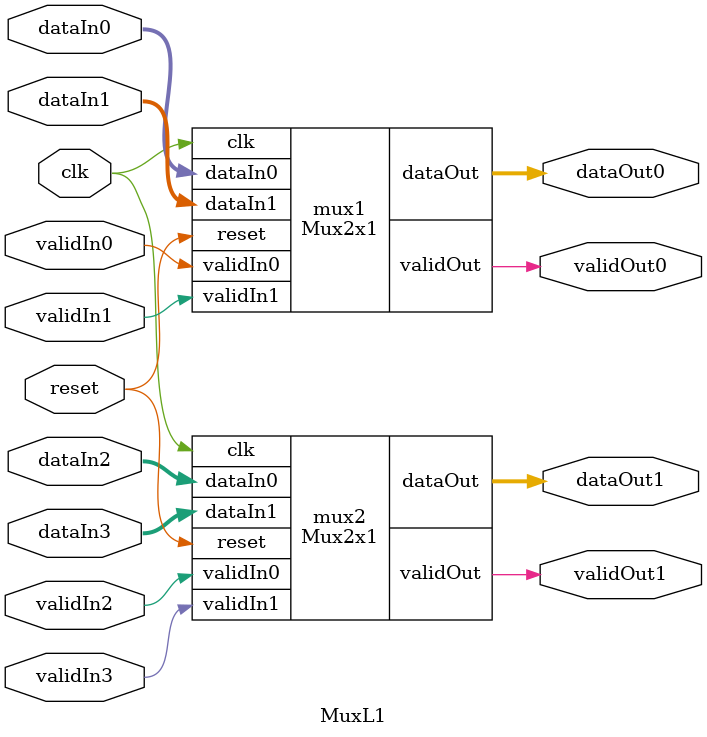
<source format=v>
/* Generated by Yosys 0.9 (git sha1 1979e0b) */

(* src = "Mux2x1.v:1" *)
module Mux2x1(dataOut, validOut, dataIn0, dataIn1, validIn0, validIn1, clk, reset);
  (* src = "Mux2x1.v:39" *)
  wire [7:0] _000_;
  (* src = "Mux2x1.v:15" *)
  wire _001_;
  (* src = "Mux2x1.v:39" *)
  wire _002_;
  wire _003_;
  wire _004_;
  wire _005_;
  wire _006_;
  wire _007_;
  wire _008_;
  wire _009_;
  wire _010_;
  wire _011_;
  wire _012_;
  wire _013_;
  wire _014_;
  wire _015_;
  wire _016_;
  wire _017_;
  wire _018_;
  wire _019_;
  wire _020_;
  wire _021_;
  wire _022_;
  wire _023_;
  wire _024_;
  wire _025_;
  wire _026_;
  wire _027_;
  wire _028_;
  wire _029_;
  wire _030_;
  wire _031_;
  wire _032_;
  wire _033_;
  wire _034_;
  wire _035_;
  wire _036_;
  wire _037_;
  wire _038_;
  wire _039_;
  wire _040_;
  wire _041_;
  wire _042_;
  wire _043_;
  wire _044_;
  wire _045_;
  wire _046_;
  wire _047_;
  wire _048_;
  wire _049_;
  wire _050_;
  wire _051_;
  wire _052_;
  wire _053_;
  wire _054_;
  wire _055_;
  wire _056_;
  wire _057_;
  wire _058_;
  wire _059_;
  wire _060_;
  wire _061_;
  wire _062_;
  wire _063_;
  wire _064_;
  wire _065_;
  (* src = "Mux2x1.v:8" *)
  input clk;
  (* src = "Mux2x1.v:4" *)
  input [7:0] dataIn0;
  (* src = "Mux2x1.v:5" *)
  input [7:0] dataIn1;
  (* src = "Mux2x1.v:2" *)
  output [7:0] dataOut;
  (* src = "Mux2x1.v:9" *)
  input reset;
  (* src = "Mux2x1.v:13" *)
  wire selector;
  (* src = "Mux2x1.v:6" *)
  input validIn0;
  (* src = "Mux2x1.v:7" *)
  input validIn1;
  (* src = "Mux2x1.v:3" *)
  output validOut;
  NOT _066_ (
    .A(reset),
    .Y(_011_)
  );
  NOT _067_ (
    .A(validIn1),
    .Y(_012_)
  );
  NOT _068_ (
    .A(selector),
    .Y(_013_)
  );
  NOT _069_ (
    .A(dataOut[0]),
    .Y(_014_)
  );
  NOT _070_ (
    .A(dataOut[1]),
    .Y(_015_)
  );
  NOT _071_ (
    .A(dataOut[2]),
    .Y(_016_)
  );
  NOT _072_ (
    .A(dataOut[3]),
    .Y(_017_)
  );
  NOT _073_ (
    .A(dataOut[4]),
    .Y(_018_)
  );
  NOT _074_ (
    .A(dataOut[5]),
    .Y(_019_)
  );
  NOT _075_ (
    .A(dataOut[6]),
    .Y(_020_)
  );
  NOT _076_ (
    .A(dataOut[7]),
    .Y(_021_)
  );
  NAND _077_ (
    .A(validIn0),
    .B(selector),
    .Y(_022_)
  );
  NOT _078_ (
    .A(_022_),
    .Y(_023_)
  );
  NOR _079_ (
    .A(_012_),
    .B(selector),
    .Y(_024_)
  );
  NOR _080_ (
    .A(_023_),
    .B(_024_),
    .Y(_025_)
  );
  NAND _081_ (
    .A(selector),
    .B(dataIn0[0]),
    .Y(_026_)
  );
  NAND _082_ (
    .A(_013_),
    .B(dataIn1[0]),
    .Y(_027_)
  );
  NAND _083_ (
    .A(_026_),
    .B(_027_),
    .Y(_028_)
  );
  NOR _084_ (
    .A(_025_),
    .B(_028_),
    .Y(_029_)
  );
  NAND _085_ (
    .A(_014_),
    .B(_025_),
    .Y(_030_)
  );
  NAND _086_ (
    .A(reset),
    .B(_030_),
    .Y(_031_)
  );
  NOR _087_ (
    .A(_029_),
    .B(_031_),
    .Y(_000_[0])
  );
  NAND _088_ (
    .A(selector),
    .B(dataIn0[1]),
    .Y(_032_)
  );
  NAND _089_ (
    .A(_013_),
    .B(dataIn1[1]),
    .Y(_033_)
  );
  NAND _090_ (
    .A(_032_),
    .B(_033_),
    .Y(_034_)
  );
  NOR _091_ (
    .A(_025_),
    .B(_034_),
    .Y(_035_)
  );
  NAND _092_ (
    .A(_015_),
    .B(_025_),
    .Y(_036_)
  );
  NAND _093_ (
    .A(reset),
    .B(_036_),
    .Y(_037_)
  );
  NOR _094_ (
    .A(_035_),
    .B(_037_),
    .Y(_000_[1])
  );
  NAND _095_ (
    .A(selector),
    .B(dataIn0[2]),
    .Y(_038_)
  );
  NAND _096_ (
    .A(_013_),
    .B(dataIn1[2]),
    .Y(_039_)
  );
  NAND _097_ (
    .A(_038_),
    .B(_039_),
    .Y(_040_)
  );
  NOR _098_ (
    .A(_025_),
    .B(_040_),
    .Y(_041_)
  );
  NAND _099_ (
    .A(_016_),
    .B(_025_),
    .Y(_042_)
  );
  NAND _100_ (
    .A(reset),
    .B(_042_),
    .Y(_043_)
  );
  NOR _101_ (
    .A(_041_),
    .B(_043_),
    .Y(_000_[2])
  );
  NAND _102_ (
    .A(selector),
    .B(dataIn0[3]),
    .Y(_044_)
  );
  NAND _103_ (
    .A(_013_),
    .B(dataIn1[3]),
    .Y(_045_)
  );
  NAND _104_ (
    .A(_044_),
    .B(_045_),
    .Y(_046_)
  );
  NOR _105_ (
    .A(_025_),
    .B(_046_),
    .Y(_047_)
  );
  NAND _106_ (
    .A(_017_),
    .B(_025_),
    .Y(_048_)
  );
  NAND _107_ (
    .A(reset),
    .B(_048_),
    .Y(_049_)
  );
  NOR _108_ (
    .A(_047_),
    .B(_049_),
    .Y(_000_[3])
  );
  NAND _109_ (
    .A(selector),
    .B(dataIn0[4]),
    .Y(_050_)
  );
  NAND _110_ (
    .A(_013_),
    .B(dataIn1[4]),
    .Y(_051_)
  );
  NAND _111_ (
    .A(_050_),
    .B(_051_),
    .Y(_052_)
  );
  NOR _112_ (
    .A(_025_),
    .B(_052_),
    .Y(_053_)
  );
  NAND _113_ (
    .A(_018_),
    .B(_025_),
    .Y(_054_)
  );
  NAND _114_ (
    .A(reset),
    .B(_054_),
    .Y(_055_)
  );
  NOR _115_ (
    .A(_053_),
    .B(_055_),
    .Y(_000_[4])
  );
  NAND _116_ (
    .A(selector),
    .B(dataIn0[5]),
    .Y(_056_)
  );
  NAND _117_ (
    .A(_013_),
    .B(dataIn1[5]),
    .Y(_057_)
  );
  NAND _118_ (
    .A(_056_),
    .B(_057_),
    .Y(_058_)
  );
  NOR _119_ (
    .A(_025_),
    .B(_058_),
    .Y(_059_)
  );
  NAND _120_ (
    .A(_019_),
    .B(_025_),
    .Y(_060_)
  );
  NAND _121_ (
    .A(reset),
    .B(_060_),
    .Y(_061_)
  );
  NOR _122_ (
    .A(_059_),
    .B(_061_),
    .Y(_000_[5])
  );
  NAND _123_ (
    .A(selector),
    .B(dataIn0[6]),
    .Y(_062_)
  );
  NAND _124_ (
    .A(_013_),
    .B(dataIn1[6]),
    .Y(_063_)
  );
  NAND _125_ (
    .A(_062_),
    .B(_063_),
    .Y(_064_)
  );
  NOR _126_ (
    .A(_025_),
    .B(_064_),
    .Y(_065_)
  );
  NAND _127_ (
    .A(_020_),
    .B(_025_),
    .Y(_003_)
  );
  NAND _128_ (
    .A(reset),
    .B(_003_),
    .Y(_004_)
  );
  NOR _129_ (
    .A(_065_),
    .B(_004_),
    .Y(_000_[6])
  );
  NAND _130_ (
    .A(selector),
    .B(dataIn0[7]),
    .Y(_005_)
  );
  NAND _131_ (
    .A(_013_),
    .B(dataIn1[7]),
    .Y(_006_)
  );
  NAND _132_ (
    .A(_005_),
    .B(_006_),
    .Y(_007_)
  );
  NOR _133_ (
    .A(_025_),
    .B(_007_),
    .Y(_008_)
  );
  NAND _134_ (
    .A(_021_),
    .B(_025_),
    .Y(_009_)
  );
  NAND _135_ (
    .A(reset),
    .B(_009_),
    .Y(_010_)
  );
  NOR _136_ (
    .A(_008_),
    .B(_010_),
    .Y(_000_[7])
  );
  NAND _137_ (
    .A(reset),
    .B(selector),
    .Y(_001_)
  );
  NOR _138_ (
    .A(_011_),
    .B(_025_),
    .Y(_002_)
  );
  (* src = "Mux2x1.v:39" *)
  DFF _139_ (
    .C(clk),
    .D(_000_[0]),
    .Q(dataOut[0])
  );
  (* src = "Mux2x1.v:39" *)
  DFF _140_ (
    .C(clk),
    .D(_000_[1]),
    .Q(dataOut[1])
  );
  (* src = "Mux2x1.v:39" *)
  DFF _141_ (
    .C(clk),
    .D(_000_[2]),
    .Q(dataOut[2])
  );
  (* src = "Mux2x1.v:39" *)
  DFF _142_ (
    .C(clk),
    .D(_000_[3]),
    .Q(dataOut[3])
  );
  (* src = "Mux2x1.v:39" *)
  DFF _143_ (
    .C(clk),
    .D(_000_[4]),
    .Q(dataOut[4])
  );
  (* src = "Mux2x1.v:39" *)
  DFF _144_ (
    .C(clk),
    .D(_000_[5]),
    .Q(dataOut[5])
  );
  (* src = "Mux2x1.v:39" *)
  DFF _145_ (
    .C(clk),
    .D(_000_[6]),
    .Q(dataOut[6])
  );
  (* src = "Mux2x1.v:39" *)
  DFF _146_ (
    .C(clk),
    .D(_000_[7]),
    .Q(dataOut[7])
  );
  (* src = "Mux2x1.v:39" *)
  DFF _147_ (
    .C(clk),
    .D(_002_),
    .Q(validOut)
  );
  (* src = "Mux2x1.v:15" *)
  DFF _148_ (
    .C(clk),
    .D(_001_),
    .Q(selector)
  );
endmodule

(* top =  1  *)
(* src = "MuxL1.v:3" *)
module MuxL1(dataOut0, dataOut1, validOut0, validOut1, dataIn0, dataIn1, dataIn2, dataIn3, validIn0, validIn1, validIn2, validIn3, clk, reset);
  (* src = "MuxL1.v:17" *)
  input clk;
  (* src = "MuxL1.v:8" *)
  input [7:0] dataIn0;
  (* src = "MuxL1.v:9" *)
  input [7:0] dataIn1;
  (* src = "MuxL1.v:10" *)
  input [7:0] dataIn2;
  (* src = "MuxL1.v:11" *)
  input [7:0] dataIn3;
  (* src = "MuxL1.v:4" *)
  output [7:0] dataOut0;
  (* src = "MuxL1.v:5" *)
  output [7:0] dataOut1;
  (* src = "MuxL1.v:18" *)
  input reset;
  (* src = "MuxL1.v:12" *)
  input validIn0;
  (* src = "MuxL1.v:13" *)
  input validIn1;
  (* src = "MuxL1.v:14" *)
  input validIn2;
  (* src = "MuxL1.v:15" *)
  input validIn3;
  (* src = "MuxL1.v:6" *)
  output validOut0;
  (* src = "MuxL1.v:7" *)
  output validOut1;
  (* module_not_derived = 32'd1 *)
  (* src = "MuxL1.v:20" *)
  Mux2x1 mux1 (
    .clk(clk),
    .dataIn0(dataIn0),
    .dataIn1(dataIn1),
    .dataOut(dataOut0),
    .reset(reset),
    .validIn0(validIn0),
    .validIn1(validIn1),
    .validOut(validOut0)
  );
  (* module_not_derived = 32'd1 *)
  (* src = "MuxL1.v:34" *)
  Mux2x1 mux2 (
    .clk(clk),
    .dataIn0(dataIn2),
    .dataIn1(dataIn3),
    .dataOut(dataOut1),
    .reset(reset),
    .validIn0(validIn2),
    .validIn1(validIn3),
    .validOut(validOut1)
  );
endmodule

</source>
